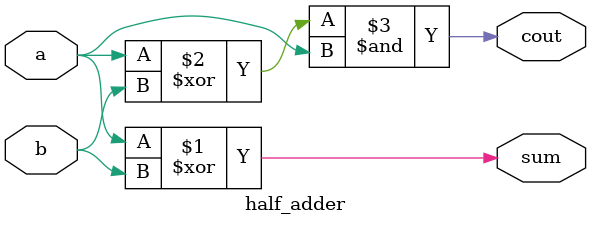
<source format=v>
module half_adder( 
input a, b,
output cout, sum ); 
 assign sum = a ^ b;
 assign cout = (a ^ b) & a;
endmodule

</source>
